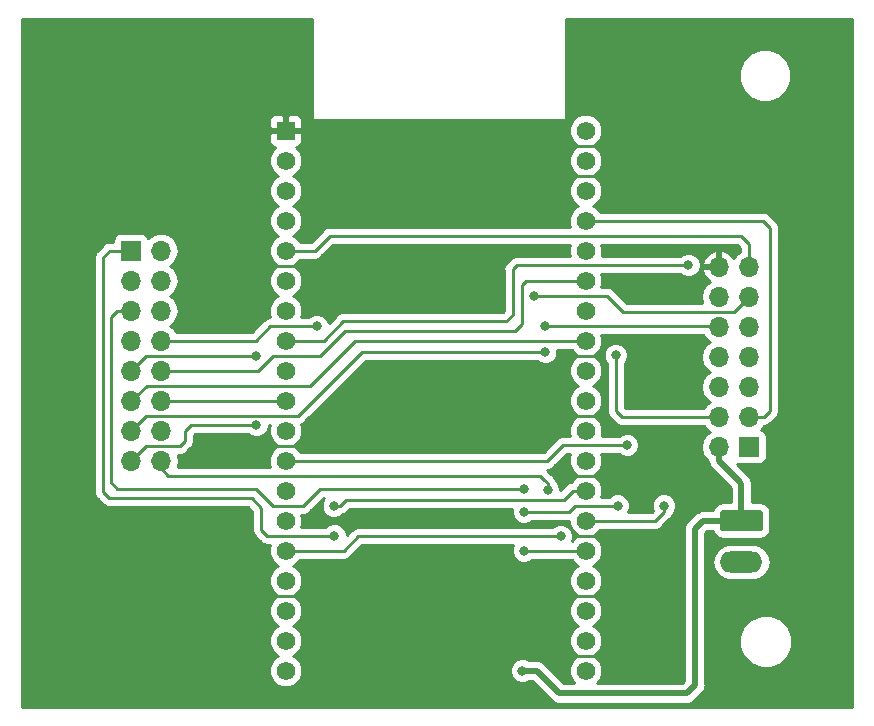
<source format=gbr>
G04 #@! TF.GenerationSoftware,KiCad,Pcbnew,5.0.2-bee76a0~70~ubuntu18.04.1*
G04 #@! TF.CreationDate,2020-08-05T10:07:10+02:00*
G04 #@! TF.ProjectId,panel_led,70616e65-6c5f-46c6-9564-2e6b69636164,rev?*
G04 #@! TF.SameCoordinates,Original*
G04 #@! TF.FileFunction,Copper,L2,Bot*
G04 #@! TF.FilePolarity,Positive*
%FSLAX46Y46*%
G04 Gerber Fmt 4.6, Leading zero omitted, Abs format (unit mm)*
G04 Created by KiCad (PCBNEW 5.0.2-bee76a0~70~ubuntu18.04.1) date mié 05 ago 2020 10:07:10 CEST*
%MOMM*%
%LPD*%
G01*
G04 APERTURE LIST*
G04 #@! TA.AperFunction,ComponentPad*
%ADD10R,1.560000X1.560000*%
G04 #@! TD*
G04 #@! TA.AperFunction,ComponentPad*
%ADD11C,1.560000*%
G04 #@! TD*
G04 #@! TA.AperFunction,ComponentPad*
%ADD12R,1.700000X1.700000*%
G04 #@! TD*
G04 #@! TA.AperFunction,ComponentPad*
%ADD13O,1.700000X1.700000*%
G04 #@! TD*
G04 #@! TA.AperFunction,Conductor*
%ADD14C,0.100000*%
G04 #@! TD*
G04 #@! TA.AperFunction,ComponentPad*
%ADD15C,1.800000*%
G04 #@! TD*
G04 #@! TA.AperFunction,ComponentPad*
%ADD16O,3.600000X1.800000*%
G04 #@! TD*
G04 #@! TA.AperFunction,ViaPad*
%ADD17C,0.800000*%
G04 #@! TD*
G04 #@! TA.AperFunction,Conductor*
%ADD18C,0.500000*%
G04 #@! TD*
G04 #@! TA.AperFunction,Conductor*
%ADD19C,0.250000*%
G04 #@! TD*
G04 #@! TA.AperFunction,Conductor*
%ADD20C,0.254000*%
G04 #@! TD*
G04 APERTURE END LIST*
D10*
G04 #@! TO.P,U1,1*
G04 #@! TO.N,+3V3*
X136550400Y-75947200D03*
D11*
G04 #@! TO.P,U1,2*
G04 #@! TO.N,N/C*
X136550400Y-78487200D03*
G04 #@! TO.P,U1,19*
G04 #@! TO.N,Net-(D1-Pad1)*
X136550400Y-121667200D03*
G04 #@! TO.P,U1,3*
G04 #@! TO.N,N/C*
X136550400Y-81027200D03*
G04 #@! TO.P,U1,4*
X136550400Y-83567200D03*
G04 #@! TO.P,U1,5*
G04 #@! TO.N,GPIO34*
X136550400Y-86107200D03*
G04 #@! TO.P,U1,6*
G04 #@! TO.N,GPIO25*
X136550400Y-88647200D03*
G04 #@! TO.P,U1,7*
G04 #@! TO.N,GPIO32*
X136550400Y-91187200D03*
G04 #@! TO.P,U1,8*
G04 #@! TO.N,GPIO33*
X136550400Y-93727200D03*
G04 #@! TO.P,U1,9*
G04 #@! TO.N,/DE*
X136550400Y-96267200D03*
G04 #@! TO.P,U1,10*
G04 #@! TO.N,/LAT*
X136550400Y-98807200D03*
G04 #@! TO.P,U1,11*
G04 #@! TO.N,/G2*
X136550400Y-101347200D03*
G04 #@! TO.P,U1,12*
G04 #@! TO.N,GPIO14*
X136550400Y-103887200D03*
G04 #@! TO.P,U1,13*
G04 #@! TO.N,GPIO12*
X136550400Y-106427200D03*
G04 #@! TO.P,U1,14*
G04 #@! TO.N,GND*
X136550400Y-108967200D03*
G04 #@! TO.P,U1,15*
G04 #@! TO.N,GPIO13*
X136550400Y-111507200D03*
G04 #@! TO.P,U1,16*
G04 #@! TO.N,N/C*
X136550400Y-114047200D03*
G04 #@! TO.P,U1,17*
X136550400Y-116587200D03*
G04 #@! TO.P,U1,18*
X136550400Y-119127200D03*
G04 #@! TO.P,U1,20*
G04 #@! TO.N,GND*
X161950400Y-75947200D03*
G04 #@! TO.P,U1,21*
G04 #@! TO.N,GPIO23*
X161950400Y-78487200D03*
G04 #@! TO.P,U1,22*
G04 #@! TO.N,/CLK*
X161950400Y-81027200D03*
G04 #@! TO.P,U1,23*
G04 #@! TO.N,TXD*
X161950400Y-83567200D03*
G04 #@! TO.P,U1,24*
G04 #@! TO.N,RXD*
X161950400Y-86107200D03*
G04 #@! TO.P,U1,25*
G04 #@! TO.N,/D*
X161950400Y-88647200D03*
G04 #@! TO.P,U1,26*
G04 #@! TO.N,GND*
X161950400Y-91187200D03*
G04 #@! TO.P,U1,27*
G04 #@! TO.N,/C*
X161950400Y-93727200D03*
G04 #@! TO.P,U1,28*
G04 #@! TO.N,/B*
X161950400Y-96267200D03*
G04 #@! TO.P,U1,29*
G04 #@! TO.N,/A*
X161950400Y-98807200D03*
G04 #@! TO.P,U1,30*
G04 #@! TO.N,/B2*
X161950400Y-101347200D03*
G04 #@! TO.P,U1,31*
G04 #@! TO.N,/R2*
X161950400Y-103887200D03*
G04 #@! TO.P,U1,32*
G04 #@! TO.N,/B1*
X161950400Y-106427200D03*
G04 #@! TO.P,U1,33*
G04 #@! TO.N,GPIO0*
X161950400Y-108967200D03*
G04 #@! TO.P,U1,34*
G04 #@! TO.N,/R1*
X161950400Y-111507200D03*
G04 #@! TO.P,U1,35*
G04 #@! TO.N,/G1*
X161950400Y-114047200D03*
G04 #@! TO.P,U1,36*
G04 #@! TO.N,N/C*
X161950400Y-116587200D03*
G04 #@! TO.P,U1,37*
X161950400Y-119127200D03*
G04 #@! TO.P,U1,38*
X161950400Y-121667200D03*
G04 #@! TD*
D12*
G04 #@! TO.P,J1,1*
G04 #@! TO.N,/R1*
X123444000Y-86106000D03*
D13*
G04 #@! TO.P,J1,2*
G04 #@! TO.N,/G1*
X125984000Y-86106000D03*
G04 #@! TO.P,J1,3*
G04 #@! TO.N,/B1*
X123444000Y-88646000D03*
G04 #@! TO.P,J1,4*
G04 #@! TO.N,GND*
X125984000Y-88646000D03*
G04 #@! TO.P,J1,5*
G04 #@! TO.N,/R2*
X123444000Y-91186000D03*
G04 #@! TO.P,J1,6*
G04 #@! TO.N,/G2*
X125984000Y-91186000D03*
G04 #@! TO.P,J1,7*
G04 #@! TO.N,/B2*
X123444000Y-93726000D03*
G04 #@! TO.P,J1,8*
G04 #@! TO.N,/B*
X125984000Y-93726000D03*
G04 #@! TO.P,J1,9*
G04 #@! TO.N,/A*
X123444000Y-96266000D03*
G04 #@! TO.P,J1,10*
G04 #@! TO.N,/D*
X125984000Y-96266000D03*
G04 #@! TO.P,J1,11*
G04 #@! TO.N,/C*
X123444000Y-98806000D03*
G04 #@! TO.P,J1,12*
G04 #@! TO.N,/LAT*
X125984000Y-98806000D03*
G04 #@! TO.P,J1,13*
G04 #@! TO.N,/CLK*
X123444000Y-101346000D03*
G04 #@! TO.P,J1,14*
G04 #@! TO.N,GND*
X125984000Y-101346000D03*
G04 #@! TO.P,J1,15*
G04 #@! TO.N,/DE*
X123444000Y-103886000D03*
G04 #@! TO.P,J1,16*
G04 #@! TO.N,/G1*
X125984000Y-103886000D03*
G04 #@! TD*
G04 #@! TO.P,J2,14*
G04 #@! TO.N,+3V3*
X173228000Y-87477600D03*
G04 #@! TO.P,J2,13*
G04 #@! TO.N,GPIO34*
X175768000Y-87477600D03*
G04 #@! TO.P,J2,12*
G04 #@! TO.N,GPIO33*
X173228000Y-90017600D03*
G04 #@! TO.P,J2,11*
G04 #@! TO.N,GPIO32*
X175768000Y-90017600D03*
G04 #@! TO.P,J2,10*
G04 #@! TO.N,GPIO25*
X173228000Y-92557600D03*
G04 #@! TO.P,J2,9*
G04 #@! TO.N,GPIO23*
X175768000Y-92557600D03*
G04 #@! TO.P,J2,8*
G04 #@! TO.N,GPIO14*
X173228000Y-95097600D03*
G04 #@! TO.P,J2,7*
G04 #@! TO.N,GPIO13*
X175768000Y-95097600D03*
G04 #@! TO.P,J2,6*
G04 #@! TO.N,GPIO12*
X173228000Y-97637600D03*
G04 #@! TO.P,J2,5*
G04 #@! TO.N,GPIO0*
X175768000Y-97637600D03*
G04 #@! TO.P,J2,4*
G04 #@! TO.N,RXD*
X173228000Y-100177600D03*
G04 #@! TO.P,J2,3*
G04 #@! TO.N,TXD*
X175768000Y-100177600D03*
G04 #@! TO.P,J2,2*
G04 #@! TO.N,+5V*
X173228000Y-102717600D03*
D12*
G04 #@! TO.P,J2,1*
G04 #@! TO.N,GND*
X175768000Y-102717600D03*
G04 #@! TD*
D14*
G04 #@! TO.N,+5V*
G04 #@! TO.C,J3*
G36*
X176712584Y-108069744D02*
X176736853Y-108073344D01*
X176760651Y-108079305D01*
X176783751Y-108087570D01*
X176805929Y-108098060D01*
X176826973Y-108110673D01*
X176846678Y-108125287D01*
X176864857Y-108141763D01*
X176881333Y-108159942D01*
X176895947Y-108179647D01*
X176908560Y-108200691D01*
X176919050Y-108222869D01*
X176927315Y-108245969D01*
X176933276Y-108269767D01*
X176936876Y-108294036D01*
X176938080Y-108318540D01*
X176938080Y-109618540D01*
X176936876Y-109643044D01*
X176933276Y-109667313D01*
X176927315Y-109691111D01*
X176919050Y-109714211D01*
X176908560Y-109736389D01*
X176895947Y-109757433D01*
X176881333Y-109777138D01*
X176864857Y-109795317D01*
X176846678Y-109811793D01*
X176826973Y-109826407D01*
X176805929Y-109839020D01*
X176783751Y-109849510D01*
X176760651Y-109857775D01*
X176736853Y-109863736D01*
X176712584Y-109867336D01*
X176688080Y-109868540D01*
X173588080Y-109868540D01*
X173563576Y-109867336D01*
X173539307Y-109863736D01*
X173515509Y-109857775D01*
X173492409Y-109849510D01*
X173470231Y-109839020D01*
X173449187Y-109826407D01*
X173429482Y-109811793D01*
X173411303Y-109795317D01*
X173394827Y-109777138D01*
X173380213Y-109757433D01*
X173367600Y-109736389D01*
X173357110Y-109714211D01*
X173348845Y-109691111D01*
X173342884Y-109667313D01*
X173339284Y-109643044D01*
X173338080Y-109618540D01*
X173338080Y-108318540D01*
X173339284Y-108294036D01*
X173342884Y-108269767D01*
X173348845Y-108245969D01*
X173357110Y-108222869D01*
X173367600Y-108200691D01*
X173380213Y-108179647D01*
X173394827Y-108159942D01*
X173411303Y-108141763D01*
X173429482Y-108125287D01*
X173449187Y-108110673D01*
X173470231Y-108098060D01*
X173492409Y-108087570D01*
X173515509Y-108079305D01*
X173539307Y-108073344D01*
X173563576Y-108069744D01*
X173588080Y-108068540D01*
X176688080Y-108068540D01*
X176712584Y-108069744D01*
X176712584Y-108069744D01*
G37*
D15*
G04 #@! TD*
G04 #@! TO.P,J3,1*
G04 #@! TO.N,+5V*
X175138080Y-108968540D03*
D16*
G04 #@! TO.P,J3,2*
G04 #@! TO.N,GND*
X175138080Y-112468540D03*
G04 #@! TD*
D17*
G04 #@! TO.N,+5V*
X156565600Y-121666000D03*
G04 #@! TO.N,/R1*
X140665200Y-110236000D03*
X156718000Y-111506000D03*
G04 #@! TO.N,/B1*
X140614400Y-107696000D03*
G04 #@! TO.N,/R2*
X156718000Y-106273600D03*
G04 #@! TO.N,/A*
X134010400Y-94996000D03*
G04 #@! TO.N,/CLK*
X158521400Y-94691200D03*
G04 #@! TO.N,/DE*
X134061200Y-100838000D03*
G04 #@! TO.N,/G1*
X158750000Y-106375200D03*
G04 #@! TO.N,/B*
X139166600Y-92506800D03*
G04 #@! TO.N,RXD*
X164490400Y-94945200D03*
G04 #@! TO.N,GPIO12*
X164642800Y-107696000D03*
X156718000Y-108204000D03*
G04 #@! TO.N,GPIO13*
X159816800Y-110286800D03*
G04 #@! TO.N,GPIO14*
X165455600Y-102565200D03*
G04 #@! TO.N,GPIO25*
X158496000Y-92456000D03*
G04 #@! TO.N,GPIO32*
X157551120Y-89916000D03*
G04 #@! TO.N,GPIO33*
X170637200Y-87325200D03*
G04 #@! TO.N,+3V3*
X170688000Y-85953600D03*
X170688000Y-82397600D03*
G04 #@! TO.N,GPIO0*
X168554400Y-107696000D03*
G04 #@! TD*
D18*
G04 #@! TO.N,+5V*
X173228000Y-102717600D02*
X173228000Y-103919681D01*
X159715200Y-123596400D02*
X157784800Y-121666000D01*
X157784800Y-121666000D02*
X156565600Y-121666000D01*
X171196000Y-122885200D02*
X170484800Y-123596400D01*
X170484800Y-123596400D02*
X159715200Y-123596400D01*
X175138080Y-108968540D02*
X175138080Y-105829761D01*
X175138080Y-105829761D02*
X174916439Y-105608120D01*
X173228000Y-103919681D02*
X174916439Y-105608120D01*
D19*
X173238080Y-108968540D02*
X173235540Y-108966000D01*
D18*
X171866560Y-108966000D02*
X171196000Y-109636560D01*
X173235540Y-108966000D02*
X171866560Y-108966000D01*
X171196000Y-109636560D02*
X171196000Y-122885200D01*
X175138080Y-108968540D02*
X173238080Y-108968540D01*
D19*
G04 #@! TO.N,/R1*
X161950400Y-111507200D02*
X160847314Y-111507200D01*
X160846114Y-111506000D02*
X156718000Y-111506000D01*
X160847314Y-111507200D02*
X160846114Y-111506000D01*
X121666000Y-86106000D02*
X123444000Y-86106000D01*
X121107200Y-86664800D02*
X121666000Y-86106000D01*
X121107200Y-106578400D02*
X121107200Y-86664800D01*
X140665200Y-110236000D02*
X134975600Y-110236000D01*
X134975600Y-110236000D02*
X134467600Y-109728000D01*
X134467600Y-109728000D02*
X134467600Y-107899200D01*
X134467600Y-107899200D02*
X133654800Y-107086400D01*
X133654800Y-107086400D02*
X121615200Y-107086400D01*
X121615200Y-107086400D02*
X121107200Y-106578400D01*
G04 #@! TO.N,/B1*
X160070800Y-107203714D02*
X160847314Y-106427200D01*
X141672371Y-107203714D02*
X160070800Y-107203714D01*
X160847314Y-106427200D02*
X161950400Y-106427200D01*
X141180085Y-107696000D02*
X141672371Y-107203714D01*
X140614400Y-107696000D02*
X141180085Y-107696000D01*
G04 #@! TO.N,/R2*
X139446000Y-106273600D02*
X156718000Y-106273600D01*
X138023600Y-107696000D02*
X139446000Y-106273600D01*
X135483600Y-107696000D02*
X138023600Y-107696000D01*
X123444000Y-91186000D02*
X122241919Y-91186000D01*
X122275600Y-106273600D02*
X134061200Y-106273600D01*
X121716800Y-91711119D02*
X121716800Y-105714800D01*
X122241919Y-91186000D02*
X121716800Y-91711119D01*
X134061200Y-106273600D02*
X135483600Y-107696000D01*
X121716800Y-105714800D02*
X122275600Y-106273600D01*
G04 #@! TO.N,/A*
X123444000Y-96266000D02*
X124714000Y-94996000D01*
X124714000Y-94996000D02*
X128320800Y-94996000D01*
X128320800Y-94996000D02*
X134010400Y-94996000D01*
G04 #@! TO.N,/C*
X160847314Y-93727200D02*
X160846114Y-93726000D01*
X161950400Y-93727200D02*
X160847314Y-93727200D01*
X160846114Y-93726000D02*
X143103600Y-93726000D01*
X142417800Y-93726000D02*
X160846114Y-93726000D01*
X138607800Y-97536000D02*
X142417800Y-93726000D01*
X124764800Y-97536000D02*
X138607800Y-97536000D01*
X123444000Y-98856800D02*
X124764800Y-97536000D01*
G04 #@! TO.N,/CLK*
X124714000Y-100076000D02*
X124293999Y-100496001D01*
X124293999Y-100496001D02*
X123444000Y-101346000D01*
X137617200Y-100076000D02*
X137464800Y-100076000D01*
X137464800Y-100076000D02*
X124714000Y-100076000D01*
X143002000Y-94691200D02*
X140614400Y-97078800D01*
X142189200Y-95504000D02*
X140614400Y-97078800D01*
X158521400Y-94691200D02*
X143002000Y-94691200D01*
X140614400Y-97078800D02*
X137617200Y-100076000D01*
G04 #@! TO.N,/DE*
X124714000Y-102616000D02*
X123444000Y-103886000D01*
X134061200Y-100838000D02*
X128554480Y-100838000D01*
X128554480Y-100838000D02*
X127985520Y-101406960D01*
X127985520Y-102252780D02*
X127622300Y-102616000D01*
X127985520Y-101406960D02*
X127985520Y-102252780D01*
X127622300Y-102616000D02*
X124714000Y-102616000D01*
G04 #@! TO.N,/G1*
X158750000Y-106375200D02*
X158750000Y-105809515D01*
X158750000Y-105809515D02*
X158452085Y-105511600D01*
X158452085Y-105511600D02*
X158292800Y-105352315D01*
X129641600Y-105156000D02*
X137972800Y-105156000D01*
X158096485Y-105156000D02*
X158452085Y-105511600D01*
X137972800Y-105156000D02*
X158096485Y-105156000D01*
X125984000Y-103886000D02*
X125984000Y-104521000D01*
X126619000Y-105156000D02*
X126669800Y-105156000D01*
X125984000Y-104521000D02*
X126619000Y-105156000D01*
X129641600Y-105156000D02*
X126669800Y-105156000D01*
G04 #@! TO.N,/B*
X139166600Y-92506800D02*
X135229600Y-92506800D01*
X134010400Y-93726000D02*
X125984000Y-93726000D01*
X135229600Y-92506800D02*
X134010400Y-93726000D01*
G04 #@! TO.N,/D*
X156920000Y-88647200D02*
X161950400Y-88647200D01*
X156565600Y-89001600D02*
X156920000Y-88647200D01*
X156565600Y-92303600D02*
X156565600Y-89001600D01*
X125984000Y-96266000D02*
X134162800Y-96266000D01*
X134162800Y-96266000D02*
X135432800Y-94996000D01*
X135432800Y-94996000D02*
X139446000Y-94996000D01*
X139446000Y-94996000D02*
X141528800Y-92913200D01*
X155956000Y-92913200D02*
X156565600Y-92303600D01*
X141528800Y-92913200D02*
X155956000Y-92913200D01*
G04 #@! TO.N,/LAT*
X126033600Y-98807200D02*
X125984000Y-98856800D01*
X136550400Y-98807200D02*
X126033600Y-98807200D01*
G04 #@! TO.N,TXD*
X177038000Y-100177600D02*
X175768000Y-100177600D01*
X177546000Y-99669600D02*
X177038000Y-100177600D01*
X161950400Y-83567200D02*
X176937600Y-83567200D01*
X176937600Y-83567200D02*
X177546000Y-84175600D01*
X177546000Y-85039200D02*
X177546000Y-85242400D01*
X177546000Y-84175600D02*
X177546000Y-85242400D01*
X177546000Y-85242400D02*
X177546000Y-99669600D01*
G04 #@! TO.N,RXD*
X172025919Y-100177600D02*
X173228000Y-100177600D01*
X164998400Y-100177600D02*
X172025919Y-100177600D01*
X164490400Y-99669600D02*
X164998400Y-100177600D01*
X164490400Y-94945200D02*
X164490400Y-99669600D01*
G04 #@! TO.N,GPIO12*
X164026315Y-107696000D02*
X164642800Y-107696000D01*
X160528000Y-108204000D02*
X161036000Y-107696000D01*
X156718000Y-108204000D02*
X160528000Y-108204000D01*
X161036000Y-107696000D02*
X164026315Y-107696000D01*
G04 #@! TO.N,GPIO13*
X141478000Y-111507200D02*
X136550400Y-111507200D01*
X142698400Y-110286800D02*
X141478000Y-111507200D01*
X159816800Y-110286800D02*
X142698400Y-110286800D01*
G04 #@! TO.N,GPIO14*
X158698000Y-103887200D02*
X136550400Y-103887200D01*
X160020000Y-102565200D02*
X158698000Y-103887200D01*
X165455600Y-102565200D02*
X160020000Y-102565200D01*
G04 #@! TO.N,GPIO25*
X173126400Y-92456000D02*
X173228000Y-92557600D01*
X163068000Y-92456000D02*
X173126400Y-92456000D01*
X163068000Y-92456000D02*
X158496000Y-92456000D01*
G04 #@! TO.N,GPIO32*
X165100000Y-91287600D02*
X163728400Y-89916000D01*
X174498000Y-91287600D02*
X165100000Y-91287600D01*
X175768000Y-90017600D02*
X174498000Y-91287600D01*
X163728400Y-89916000D02*
X158013400Y-89916000D01*
X158013400Y-89916000D02*
X157683200Y-89916000D01*
X157683200Y-89916000D02*
X157551120Y-89916000D01*
G04 #@! TO.N,GPIO33*
X136550400Y-93727200D02*
X139749600Y-93727200D01*
X139749600Y-93727200D02*
X141376400Y-92100400D01*
X156108400Y-87325200D02*
X170637200Y-87325200D01*
X141376400Y-92100400D02*
X155224480Y-92100400D01*
X155752800Y-91572080D02*
X155752800Y-87680800D01*
X155224480Y-92100400D02*
X155752800Y-91572080D01*
X155752800Y-87680800D02*
X156108400Y-87325200D01*
G04 #@! TO.N,GPIO34*
X138987600Y-86107200D02*
X136550400Y-86107200D01*
X140258800Y-84836000D02*
X138987600Y-86107200D01*
X175056800Y-84836000D02*
X140258800Y-84836000D01*
X175768000Y-87477600D02*
X175768000Y-85547200D01*
X175768000Y-85547200D02*
X175056800Y-84836000D01*
G04 #@! TO.N,+3V3*
X162598100Y-77228700D02*
X161282380Y-77228700D01*
X137248900Y-115308380D02*
X135887460Y-115308380D01*
X162521900Y-105161080D02*
X161287460Y-105161080D01*
X135763000Y-102616000D02*
X137134600Y-102616000D01*
X161188400Y-115316000D02*
X163068000Y-115316000D01*
X161290000Y-120396000D02*
X162814000Y-120396000D01*
X162509200Y-110236000D02*
X161290000Y-110236000D01*
X161290000Y-110236000D02*
X160274000Y-109220000D01*
X160274000Y-109220000D02*
X158089600Y-109220000D01*
X163169600Y-100076000D02*
X160985200Y-100076000D01*
X135788400Y-87376000D02*
X137464800Y-87376000D01*
X160731200Y-79756000D02*
X163068000Y-79756000D01*
X162966400Y-94996000D02*
X160934400Y-94996000D01*
G04 #@! TO.N,GPIO0*
X167848885Y-108967200D02*
X167741600Y-108967200D01*
X168554400Y-108261685D02*
X167848885Y-108967200D01*
X168554400Y-107696000D02*
X168554400Y-108261685D01*
X167741600Y-108967200D02*
X161950400Y-108967200D01*
G04 #@! TD*
D20*
G04 #@! TO.N,+3V3*
G36*
X138811000Y-74930000D02*
X138820667Y-74978601D01*
X138848197Y-75019803D01*
X138889399Y-75047333D01*
X138938076Y-75057000D01*
X160164856Y-75044300D01*
X160213451Y-75034604D01*
X160254636Y-75007049D01*
X160282142Y-74965831D01*
X160291780Y-74917300D01*
X160291780Y-70822751D01*
X174886820Y-70822751D01*
X174886820Y-71711889D01*
X175227079Y-72533346D01*
X175855794Y-73162061D01*
X176677251Y-73502320D01*
X177566389Y-73502320D01*
X178387846Y-73162061D01*
X179016561Y-72533346D01*
X179356820Y-71711889D01*
X179356820Y-70822751D01*
X179016561Y-70001294D01*
X178387846Y-69372579D01*
X177566389Y-69032320D01*
X176677251Y-69032320D01*
X175855794Y-69372579D01*
X175227079Y-70001294D01*
X174886820Y-70822751D01*
X160291780Y-70822751D01*
X160291780Y-66496000D01*
X184456000Y-66496000D01*
X184456001Y-124766000D01*
X114248000Y-124766000D01*
X114248000Y-86664800D01*
X120332312Y-86664800D01*
X120347201Y-86739652D01*
X120347200Y-106503553D01*
X120332312Y-106578400D01*
X120347200Y-106653247D01*
X120347200Y-106653251D01*
X120391296Y-106874936D01*
X120559271Y-107126329D01*
X120622729Y-107168730D01*
X121024872Y-107570875D01*
X121067271Y-107634329D01*
X121130724Y-107676727D01*
X121130726Y-107676729D01*
X121256102Y-107760502D01*
X121318663Y-107802304D01*
X121540348Y-107846400D01*
X121540352Y-107846400D01*
X121615199Y-107861288D01*
X121690046Y-107846400D01*
X133339999Y-107846400D01*
X133707601Y-108214003D01*
X133707600Y-109653153D01*
X133692712Y-109728000D01*
X133707600Y-109802847D01*
X133707600Y-109802851D01*
X133751696Y-110024536D01*
X133919671Y-110275929D01*
X133983129Y-110318330D01*
X134385272Y-110720475D01*
X134427671Y-110783929D01*
X134491124Y-110826327D01*
X134491126Y-110826329D01*
X134616502Y-110910102D01*
X134679063Y-110951904D01*
X134900748Y-110996000D01*
X134900752Y-110996000D01*
X134975599Y-111010888D01*
X135050446Y-110996000D01*
X135230561Y-110996000D01*
X135135400Y-111225739D01*
X135135400Y-111788661D01*
X135350821Y-112308733D01*
X135748867Y-112706779D01*
X135918878Y-112777200D01*
X135748867Y-112847621D01*
X135350821Y-113245667D01*
X135135400Y-113765739D01*
X135135400Y-114328661D01*
X135350821Y-114848733D01*
X135748867Y-115246779D01*
X135918878Y-115317200D01*
X135748867Y-115387621D01*
X135350821Y-115785667D01*
X135135400Y-116305739D01*
X135135400Y-116868661D01*
X135350821Y-117388733D01*
X135748867Y-117786779D01*
X135918878Y-117857200D01*
X135748867Y-117927621D01*
X135350821Y-118325667D01*
X135135400Y-118845739D01*
X135135400Y-119408661D01*
X135350821Y-119928733D01*
X135748867Y-120326779D01*
X135918878Y-120397200D01*
X135748867Y-120467621D01*
X135350821Y-120865667D01*
X135135400Y-121385739D01*
X135135400Y-121948661D01*
X135350821Y-122468733D01*
X135748867Y-122866779D01*
X136268939Y-123082200D01*
X136831861Y-123082200D01*
X137351933Y-122866779D01*
X137749979Y-122468733D01*
X137965400Y-121948661D01*
X137965400Y-121385739D01*
X137749979Y-120865667D01*
X137351933Y-120467621D01*
X137181922Y-120397200D01*
X137351933Y-120326779D01*
X137749979Y-119928733D01*
X137965400Y-119408661D01*
X137965400Y-118845739D01*
X137749979Y-118325667D01*
X137351933Y-117927621D01*
X137181922Y-117857200D01*
X137351933Y-117786779D01*
X137749979Y-117388733D01*
X137965400Y-116868661D01*
X137965400Y-116305739D01*
X137749979Y-115785667D01*
X137351933Y-115387621D01*
X137181922Y-115317200D01*
X137351933Y-115246779D01*
X137749979Y-114848733D01*
X137965400Y-114328661D01*
X137965400Y-113765739D01*
X137749979Y-113245667D01*
X137351933Y-112847621D01*
X137181922Y-112777200D01*
X137351933Y-112706779D01*
X137749979Y-112308733D01*
X137767183Y-112267200D01*
X141403153Y-112267200D01*
X141478000Y-112282088D01*
X141552847Y-112267200D01*
X141552852Y-112267200D01*
X141774537Y-112223104D01*
X142025929Y-112055129D01*
X142068331Y-111991670D01*
X143013202Y-111046800D01*
X155787931Y-111046800D01*
X155683000Y-111300126D01*
X155683000Y-111711874D01*
X155840569Y-112092280D01*
X156131720Y-112383431D01*
X156512126Y-112541000D01*
X156923874Y-112541000D01*
X157304280Y-112383431D01*
X157421711Y-112266000D01*
X160733120Y-112266000D01*
X160750821Y-112308733D01*
X161148867Y-112706779D01*
X161318878Y-112777200D01*
X161148867Y-112847621D01*
X160750821Y-113245667D01*
X160535400Y-113765739D01*
X160535400Y-114328661D01*
X160750821Y-114848733D01*
X161148867Y-115246779D01*
X161318878Y-115317200D01*
X161148867Y-115387621D01*
X160750821Y-115785667D01*
X160535400Y-116305739D01*
X160535400Y-116868661D01*
X160750821Y-117388733D01*
X161148867Y-117786779D01*
X161318878Y-117857200D01*
X161148867Y-117927621D01*
X160750821Y-118325667D01*
X160535400Y-118845739D01*
X160535400Y-119408661D01*
X160750821Y-119928733D01*
X161148867Y-120326779D01*
X161318878Y-120397200D01*
X161148867Y-120467621D01*
X160750821Y-120865667D01*
X160535400Y-121385739D01*
X160535400Y-121948661D01*
X160750821Y-122468733D01*
X160993488Y-122711400D01*
X160081779Y-122711400D01*
X158472225Y-121101847D01*
X158422849Y-121027951D01*
X158130110Y-120832348D01*
X157871965Y-120781000D01*
X157871961Y-120781000D01*
X157784800Y-120763663D01*
X157697639Y-120781000D01*
X157133607Y-120781000D01*
X156771474Y-120631000D01*
X156359726Y-120631000D01*
X155979320Y-120788569D01*
X155688169Y-121079720D01*
X155530600Y-121460126D01*
X155530600Y-121871874D01*
X155688169Y-122252280D01*
X155979320Y-122543431D01*
X156359726Y-122701000D01*
X156771474Y-122701000D01*
X157133607Y-122551000D01*
X157418222Y-122551000D01*
X159027777Y-124160556D01*
X159077151Y-124234449D01*
X159151044Y-124283823D01*
X159151045Y-124283824D01*
X159369890Y-124430052D01*
X159628035Y-124481400D01*
X159628039Y-124481400D01*
X159715200Y-124498737D01*
X159802361Y-124481400D01*
X170397639Y-124481400D01*
X170484800Y-124498737D01*
X170571961Y-124481400D01*
X170571965Y-124481400D01*
X170830110Y-124430052D01*
X171122849Y-124234449D01*
X171172225Y-124160553D01*
X171760156Y-123572623D01*
X171834049Y-123523249D01*
X172029652Y-123230510D01*
X172081000Y-122972365D01*
X172081000Y-122972361D01*
X172098337Y-122885200D01*
X172081000Y-122798039D01*
X172081000Y-118744931D01*
X174968100Y-118744931D01*
X174968100Y-119634069D01*
X175308359Y-120455526D01*
X175937074Y-121084241D01*
X176758531Y-121424500D01*
X177647669Y-121424500D01*
X178469126Y-121084241D01*
X179097841Y-120455526D01*
X179438100Y-119634069D01*
X179438100Y-118744931D01*
X179097841Y-117923474D01*
X178469126Y-117294759D01*
X177647669Y-116954500D01*
X176758531Y-116954500D01*
X175937074Y-117294759D01*
X175308359Y-117923474D01*
X174968100Y-118744931D01*
X172081000Y-118744931D01*
X172081000Y-112468540D01*
X172673008Y-112468540D01*
X172792142Y-113067467D01*
X173131407Y-113575213D01*
X173639153Y-113914478D01*
X174086898Y-114003540D01*
X176189262Y-114003540D01*
X176637007Y-113914478D01*
X177144753Y-113575213D01*
X177484018Y-113067467D01*
X177603152Y-112468540D01*
X177484018Y-111869613D01*
X177144753Y-111361867D01*
X176637007Y-111022602D01*
X176189262Y-110933540D01*
X174086898Y-110933540D01*
X173639153Y-111022602D01*
X173131407Y-111361867D01*
X172792142Y-111869613D01*
X172673008Y-112468540D01*
X172081000Y-112468540D01*
X172081000Y-110003138D01*
X172233139Y-109851000D01*
X172736880Y-109851000D01*
X172758954Y-109961975D01*
X172953494Y-110253126D01*
X173244645Y-110447666D01*
X173588080Y-110515980D01*
X176688080Y-110515980D01*
X177031515Y-110447666D01*
X177322666Y-110253126D01*
X177517206Y-109961975D01*
X177585520Y-109618540D01*
X177585520Y-108318540D01*
X177517206Y-107975105D01*
X177322666Y-107683954D01*
X177031515Y-107489414D01*
X176688080Y-107421100D01*
X176023080Y-107421100D01*
X176023080Y-105916922D01*
X176040417Y-105829761D01*
X176023080Y-105742600D01*
X176023080Y-105742596D01*
X175971732Y-105484451D01*
X175776129Y-105191712D01*
X175702233Y-105142336D01*
X175603865Y-105043968D01*
X175603863Y-105043965D01*
X174739415Y-104179518D01*
X174918000Y-104215040D01*
X176618000Y-104215040D01*
X176865765Y-104165757D01*
X177075809Y-104025409D01*
X177216157Y-103815365D01*
X177265440Y-103567600D01*
X177265440Y-101867600D01*
X177216157Y-101619835D01*
X177075809Y-101409791D01*
X176865765Y-101269443D01*
X176820381Y-101260416D01*
X176838625Y-101248225D01*
X177036438Y-100952177D01*
X177038000Y-100952488D01*
X177112847Y-100937600D01*
X177112852Y-100937600D01*
X177334537Y-100893504D01*
X177585929Y-100725529D01*
X177628330Y-100662071D01*
X178030475Y-100259928D01*
X178093929Y-100217529D01*
X178136327Y-100154076D01*
X178136329Y-100154074D01*
X178261903Y-99966138D01*
X178261904Y-99966137D01*
X178306000Y-99744452D01*
X178306000Y-99744448D01*
X178320888Y-99669601D01*
X178306000Y-99594754D01*
X178306000Y-84250448D01*
X178320888Y-84175600D01*
X178306000Y-84100752D01*
X178306000Y-84100748D01*
X178261904Y-83879063D01*
X178093929Y-83627671D01*
X178030473Y-83585271D01*
X177527931Y-83082730D01*
X177485529Y-83019271D01*
X177234137Y-82851296D01*
X177012452Y-82807200D01*
X177012447Y-82807200D01*
X176937600Y-82792312D01*
X176862753Y-82807200D01*
X163167183Y-82807200D01*
X163149979Y-82765667D01*
X162751933Y-82367621D01*
X162581922Y-82297200D01*
X162751933Y-82226779D01*
X163149979Y-81828733D01*
X163365400Y-81308661D01*
X163365400Y-80745739D01*
X163149979Y-80225667D01*
X162751933Y-79827621D01*
X162581922Y-79757200D01*
X162751933Y-79686779D01*
X163149979Y-79288733D01*
X163365400Y-78768661D01*
X163365400Y-78205739D01*
X163149979Y-77685667D01*
X162751933Y-77287621D01*
X162581922Y-77217200D01*
X162751933Y-77146779D01*
X163149979Y-76748733D01*
X163365400Y-76228661D01*
X163365400Y-75665739D01*
X163149979Y-75145667D01*
X162751933Y-74747621D01*
X162231861Y-74532200D01*
X161668939Y-74532200D01*
X161148867Y-74747621D01*
X160750821Y-75145667D01*
X160535400Y-75665739D01*
X160535400Y-76228661D01*
X160750821Y-76748733D01*
X161148867Y-77146779D01*
X161318878Y-77217200D01*
X161148867Y-77287621D01*
X160750821Y-77685667D01*
X160535400Y-78205739D01*
X160535400Y-78768661D01*
X160750821Y-79288733D01*
X161148867Y-79686779D01*
X161318878Y-79757200D01*
X161148867Y-79827621D01*
X160750821Y-80225667D01*
X160535400Y-80745739D01*
X160535400Y-81308661D01*
X160750821Y-81828733D01*
X161148867Y-82226779D01*
X161318878Y-82297200D01*
X161148867Y-82367621D01*
X160750821Y-82765667D01*
X160535400Y-83285739D01*
X160535400Y-83848661D01*
X160629567Y-84076000D01*
X140333646Y-84076000D01*
X140258799Y-84061112D01*
X140183952Y-84076000D01*
X140183948Y-84076000D01*
X139962263Y-84120096D01*
X139710871Y-84288071D01*
X139668471Y-84351527D01*
X138672799Y-85347200D01*
X137767183Y-85347200D01*
X137749979Y-85305667D01*
X137351933Y-84907621D01*
X137181922Y-84837200D01*
X137351933Y-84766779D01*
X137749979Y-84368733D01*
X137965400Y-83848661D01*
X137965400Y-83285739D01*
X137749979Y-82765667D01*
X137351933Y-82367621D01*
X137181922Y-82297200D01*
X137351933Y-82226779D01*
X137749979Y-81828733D01*
X137965400Y-81308661D01*
X137965400Y-80745739D01*
X137749979Y-80225667D01*
X137351933Y-79827621D01*
X137181922Y-79757200D01*
X137351933Y-79686779D01*
X137749979Y-79288733D01*
X137965400Y-78768661D01*
X137965400Y-78205739D01*
X137749979Y-77685667D01*
X137426512Y-77362200D01*
X137456709Y-77362200D01*
X137690098Y-77265527D01*
X137868727Y-77086899D01*
X137965400Y-76853510D01*
X137965400Y-76232950D01*
X137806650Y-76074200D01*
X136677400Y-76074200D01*
X136677400Y-76094200D01*
X136423400Y-76094200D01*
X136423400Y-76074200D01*
X135294150Y-76074200D01*
X135135400Y-76232950D01*
X135135400Y-76853510D01*
X135232073Y-77086899D01*
X135410702Y-77265527D01*
X135644091Y-77362200D01*
X135674288Y-77362200D01*
X135350821Y-77685667D01*
X135135400Y-78205739D01*
X135135400Y-78768661D01*
X135350821Y-79288733D01*
X135748867Y-79686779D01*
X135918878Y-79757200D01*
X135748867Y-79827621D01*
X135350821Y-80225667D01*
X135135400Y-80745739D01*
X135135400Y-81308661D01*
X135350821Y-81828733D01*
X135748867Y-82226779D01*
X135918878Y-82297200D01*
X135748867Y-82367621D01*
X135350821Y-82765667D01*
X135135400Y-83285739D01*
X135135400Y-83848661D01*
X135350821Y-84368733D01*
X135748867Y-84766779D01*
X135918878Y-84837200D01*
X135748867Y-84907621D01*
X135350821Y-85305667D01*
X135135400Y-85825739D01*
X135135400Y-86388661D01*
X135350821Y-86908733D01*
X135748867Y-87306779D01*
X135918878Y-87377200D01*
X135748867Y-87447621D01*
X135350821Y-87845667D01*
X135135400Y-88365739D01*
X135135400Y-88928661D01*
X135350821Y-89448733D01*
X135748867Y-89846779D01*
X135918878Y-89917200D01*
X135748867Y-89987621D01*
X135350821Y-90385667D01*
X135135400Y-90905739D01*
X135135400Y-91468661D01*
X135245775Y-91735130D01*
X135229599Y-91731912D01*
X135154752Y-91746800D01*
X135154748Y-91746800D01*
X134933063Y-91790896D01*
X134681671Y-91958871D01*
X134639271Y-92022327D01*
X133695599Y-92966000D01*
X127262178Y-92966000D01*
X127054625Y-92655375D01*
X126756239Y-92456000D01*
X127054625Y-92256625D01*
X127382839Y-91765418D01*
X127498092Y-91186000D01*
X127382839Y-90606582D01*
X127054625Y-90115375D01*
X126756239Y-89916000D01*
X127054625Y-89716625D01*
X127382839Y-89225418D01*
X127498092Y-88646000D01*
X127382839Y-88066582D01*
X127054625Y-87575375D01*
X126756239Y-87376000D01*
X127054625Y-87176625D01*
X127382839Y-86685418D01*
X127498092Y-86106000D01*
X127382839Y-85526582D01*
X127054625Y-85035375D01*
X126563418Y-84707161D01*
X126130256Y-84621000D01*
X125837744Y-84621000D01*
X125404582Y-84707161D01*
X124913375Y-85035375D01*
X124901184Y-85053619D01*
X124892157Y-85008235D01*
X124751809Y-84798191D01*
X124541765Y-84657843D01*
X124294000Y-84608560D01*
X122594000Y-84608560D01*
X122346235Y-84657843D01*
X122136191Y-84798191D01*
X121995843Y-85008235D01*
X121946560Y-85256000D01*
X121946560Y-85346000D01*
X121740848Y-85346000D01*
X121666000Y-85331112D01*
X121591152Y-85346000D01*
X121591148Y-85346000D01*
X121369463Y-85390096D01*
X121118071Y-85558071D01*
X121075671Y-85621527D01*
X120622728Y-86074471D01*
X120559272Y-86116871D01*
X120516872Y-86180327D01*
X120516871Y-86180328D01*
X120391297Y-86368263D01*
X120332312Y-86664800D01*
X114248000Y-86664800D01*
X114248000Y-75040890D01*
X135135400Y-75040890D01*
X135135400Y-75661450D01*
X135294150Y-75820200D01*
X136423400Y-75820200D01*
X136423400Y-74690950D01*
X136677400Y-74690950D01*
X136677400Y-75820200D01*
X137806650Y-75820200D01*
X137965400Y-75661450D01*
X137965400Y-75040890D01*
X137868727Y-74807501D01*
X137690098Y-74628873D01*
X137456709Y-74532200D01*
X136836150Y-74532200D01*
X136677400Y-74690950D01*
X136423400Y-74690950D01*
X136264650Y-74532200D01*
X135644091Y-74532200D01*
X135410702Y-74628873D01*
X135232073Y-74807501D01*
X135135400Y-75040890D01*
X114248000Y-75040890D01*
X114248000Y-66496000D01*
X138811000Y-66496000D01*
X138811000Y-74930000D01*
X138811000Y-74930000D01*
G37*
X138811000Y-74930000D02*
X138820667Y-74978601D01*
X138848197Y-75019803D01*
X138889399Y-75047333D01*
X138938076Y-75057000D01*
X160164856Y-75044300D01*
X160213451Y-75034604D01*
X160254636Y-75007049D01*
X160282142Y-74965831D01*
X160291780Y-74917300D01*
X160291780Y-70822751D01*
X174886820Y-70822751D01*
X174886820Y-71711889D01*
X175227079Y-72533346D01*
X175855794Y-73162061D01*
X176677251Y-73502320D01*
X177566389Y-73502320D01*
X178387846Y-73162061D01*
X179016561Y-72533346D01*
X179356820Y-71711889D01*
X179356820Y-70822751D01*
X179016561Y-70001294D01*
X178387846Y-69372579D01*
X177566389Y-69032320D01*
X176677251Y-69032320D01*
X175855794Y-69372579D01*
X175227079Y-70001294D01*
X174886820Y-70822751D01*
X160291780Y-70822751D01*
X160291780Y-66496000D01*
X184456000Y-66496000D01*
X184456001Y-124766000D01*
X114248000Y-124766000D01*
X114248000Y-86664800D01*
X120332312Y-86664800D01*
X120347201Y-86739652D01*
X120347200Y-106503553D01*
X120332312Y-106578400D01*
X120347200Y-106653247D01*
X120347200Y-106653251D01*
X120391296Y-106874936D01*
X120559271Y-107126329D01*
X120622729Y-107168730D01*
X121024872Y-107570875D01*
X121067271Y-107634329D01*
X121130724Y-107676727D01*
X121130726Y-107676729D01*
X121256102Y-107760502D01*
X121318663Y-107802304D01*
X121540348Y-107846400D01*
X121540352Y-107846400D01*
X121615199Y-107861288D01*
X121690046Y-107846400D01*
X133339999Y-107846400D01*
X133707601Y-108214003D01*
X133707600Y-109653153D01*
X133692712Y-109728000D01*
X133707600Y-109802847D01*
X133707600Y-109802851D01*
X133751696Y-110024536D01*
X133919671Y-110275929D01*
X133983129Y-110318330D01*
X134385272Y-110720475D01*
X134427671Y-110783929D01*
X134491124Y-110826327D01*
X134491126Y-110826329D01*
X134616502Y-110910102D01*
X134679063Y-110951904D01*
X134900748Y-110996000D01*
X134900752Y-110996000D01*
X134975599Y-111010888D01*
X135050446Y-110996000D01*
X135230561Y-110996000D01*
X135135400Y-111225739D01*
X135135400Y-111788661D01*
X135350821Y-112308733D01*
X135748867Y-112706779D01*
X135918878Y-112777200D01*
X135748867Y-112847621D01*
X135350821Y-113245667D01*
X135135400Y-113765739D01*
X135135400Y-114328661D01*
X135350821Y-114848733D01*
X135748867Y-115246779D01*
X135918878Y-115317200D01*
X135748867Y-115387621D01*
X135350821Y-115785667D01*
X135135400Y-116305739D01*
X135135400Y-116868661D01*
X135350821Y-117388733D01*
X135748867Y-117786779D01*
X135918878Y-117857200D01*
X135748867Y-117927621D01*
X135350821Y-118325667D01*
X135135400Y-118845739D01*
X135135400Y-119408661D01*
X135350821Y-119928733D01*
X135748867Y-120326779D01*
X135918878Y-120397200D01*
X135748867Y-120467621D01*
X135350821Y-120865667D01*
X135135400Y-121385739D01*
X135135400Y-121948661D01*
X135350821Y-122468733D01*
X135748867Y-122866779D01*
X136268939Y-123082200D01*
X136831861Y-123082200D01*
X137351933Y-122866779D01*
X137749979Y-122468733D01*
X137965400Y-121948661D01*
X137965400Y-121385739D01*
X137749979Y-120865667D01*
X137351933Y-120467621D01*
X137181922Y-120397200D01*
X137351933Y-120326779D01*
X137749979Y-119928733D01*
X137965400Y-119408661D01*
X137965400Y-118845739D01*
X137749979Y-118325667D01*
X137351933Y-117927621D01*
X137181922Y-117857200D01*
X137351933Y-117786779D01*
X137749979Y-117388733D01*
X137965400Y-116868661D01*
X137965400Y-116305739D01*
X137749979Y-115785667D01*
X137351933Y-115387621D01*
X137181922Y-115317200D01*
X137351933Y-115246779D01*
X137749979Y-114848733D01*
X137965400Y-114328661D01*
X137965400Y-113765739D01*
X137749979Y-113245667D01*
X137351933Y-112847621D01*
X137181922Y-112777200D01*
X137351933Y-112706779D01*
X137749979Y-112308733D01*
X137767183Y-112267200D01*
X141403153Y-112267200D01*
X141478000Y-112282088D01*
X141552847Y-112267200D01*
X141552852Y-112267200D01*
X141774537Y-112223104D01*
X142025929Y-112055129D01*
X142068331Y-111991670D01*
X143013202Y-111046800D01*
X155787931Y-111046800D01*
X155683000Y-111300126D01*
X155683000Y-111711874D01*
X155840569Y-112092280D01*
X156131720Y-112383431D01*
X156512126Y-112541000D01*
X156923874Y-112541000D01*
X157304280Y-112383431D01*
X157421711Y-112266000D01*
X160733120Y-112266000D01*
X160750821Y-112308733D01*
X161148867Y-112706779D01*
X161318878Y-112777200D01*
X161148867Y-112847621D01*
X160750821Y-113245667D01*
X160535400Y-113765739D01*
X160535400Y-114328661D01*
X160750821Y-114848733D01*
X161148867Y-115246779D01*
X161318878Y-115317200D01*
X161148867Y-115387621D01*
X160750821Y-115785667D01*
X160535400Y-116305739D01*
X160535400Y-116868661D01*
X160750821Y-117388733D01*
X161148867Y-117786779D01*
X161318878Y-117857200D01*
X161148867Y-117927621D01*
X160750821Y-118325667D01*
X160535400Y-118845739D01*
X160535400Y-119408661D01*
X160750821Y-119928733D01*
X161148867Y-120326779D01*
X161318878Y-120397200D01*
X161148867Y-120467621D01*
X160750821Y-120865667D01*
X160535400Y-121385739D01*
X160535400Y-121948661D01*
X160750821Y-122468733D01*
X160993488Y-122711400D01*
X160081779Y-122711400D01*
X158472225Y-121101847D01*
X158422849Y-121027951D01*
X158130110Y-120832348D01*
X157871965Y-120781000D01*
X157871961Y-120781000D01*
X157784800Y-120763663D01*
X157697639Y-120781000D01*
X157133607Y-120781000D01*
X156771474Y-120631000D01*
X156359726Y-120631000D01*
X155979320Y-120788569D01*
X155688169Y-121079720D01*
X155530600Y-121460126D01*
X155530600Y-121871874D01*
X155688169Y-122252280D01*
X155979320Y-122543431D01*
X156359726Y-122701000D01*
X156771474Y-122701000D01*
X157133607Y-122551000D01*
X157418222Y-122551000D01*
X159027777Y-124160556D01*
X159077151Y-124234449D01*
X159151044Y-124283823D01*
X159151045Y-124283824D01*
X159369890Y-124430052D01*
X159628035Y-124481400D01*
X159628039Y-124481400D01*
X159715200Y-124498737D01*
X159802361Y-124481400D01*
X170397639Y-124481400D01*
X170484800Y-124498737D01*
X170571961Y-124481400D01*
X170571965Y-124481400D01*
X170830110Y-124430052D01*
X171122849Y-124234449D01*
X171172225Y-124160553D01*
X171760156Y-123572623D01*
X171834049Y-123523249D01*
X172029652Y-123230510D01*
X172081000Y-122972365D01*
X172081000Y-122972361D01*
X172098337Y-122885200D01*
X172081000Y-122798039D01*
X172081000Y-118744931D01*
X174968100Y-118744931D01*
X174968100Y-119634069D01*
X175308359Y-120455526D01*
X175937074Y-121084241D01*
X176758531Y-121424500D01*
X177647669Y-121424500D01*
X178469126Y-121084241D01*
X179097841Y-120455526D01*
X179438100Y-119634069D01*
X179438100Y-118744931D01*
X179097841Y-117923474D01*
X178469126Y-117294759D01*
X177647669Y-116954500D01*
X176758531Y-116954500D01*
X175937074Y-117294759D01*
X175308359Y-117923474D01*
X174968100Y-118744931D01*
X172081000Y-118744931D01*
X172081000Y-112468540D01*
X172673008Y-112468540D01*
X172792142Y-113067467D01*
X173131407Y-113575213D01*
X173639153Y-113914478D01*
X174086898Y-114003540D01*
X176189262Y-114003540D01*
X176637007Y-113914478D01*
X177144753Y-113575213D01*
X177484018Y-113067467D01*
X177603152Y-112468540D01*
X177484018Y-111869613D01*
X177144753Y-111361867D01*
X176637007Y-111022602D01*
X176189262Y-110933540D01*
X174086898Y-110933540D01*
X173639153Y-111022602D01*
X173131407Y-111361867D01*
X172792142Y-111869613D01*
X172673008Y-112468540D01*
X172081000Y-112468540D01*
X172081000Y-110003138D01*
X172233139Y-109851000D01*
X172736880Y-109851000D01*
X172758954Y-109961975D01*
X172953494Y-110253126D01*
X173244645Y-110447666D01*
X173588080Y-110515980D01*
X176688080Y-110515980D01*
X177031515Y-110447666D01*
X177322666Y-110253126D01*
X177517206Y-109961975D01*
X177585520Y-109618540D01*
X177585520Y-108318540D01*
X177517206Y-107975105D01*
X177322666Y-107683954D01*
X177031515Y-107489414D01*
X176688080Y-107421100D01*
X176023080Y-107421100D01*
X176023080Y-105916922D01*
X176040417Y-105829761D01*
X176023080Y-105742600D01*
X176023080Y-105742596D01*
X175971732Y-105484451D01*
X175776129Y-105191712D01*
X175702233Y-105142336D01*
X175603865Y-105043968D01*
X175603863Y-105043965D01*
X174739415Y-104179518D01*
X174918000Y-104215040D01*
X176618000Y-104215040D01*
X176865765Y-104165757D01*
X177075809Y-104025409D01*
X177216157Y-103815365D01*
X177265440Y-103567600D01*
X177265440Y-101867600D01*
X177216157Y-101619835D01*
X177075809Y-101409791D01*
X176865765Y-101269443D01*
X176820381Y-101260416D01*
X176838625Y-101248225D01*
X177036438Y-100952177D01*
X177038000Y-100952488D01*
X177112847Y-100937600D01*
X177112852Y-100937600D01*
X177334537Y-100893504D01*
X177585929Y-100725529D01*
X177628330Y-100662071D01*
X178030475Y-100259928D01*
X178093929Y-100217529D01*
X178136327Y-100154076D01*
X178136329Y-100154074D01*
X178261903Y-99966138D01*
X178261904Y-99966137D01*
X178306000Y-99744452D01*
X178306000Y-99744448D01*
X178320888Y-99669601D01*
X178306000Y-99594754D01*
X178306000Y-84250448D01*
X178320888Y-84175600D01*
X178306000Y-84100752D01*
X178306000Y-84100748D01*
X178261904Y-83879063D01*
X178093929Y-83627671D01*
X178030473Y-83585271D01*
X177527931Y-83082730D01*
X177485529Y-83019271D01*
X177234137Y-82851296D01*
X177012452Y-82807200D01*
X177012447Y-82807200D01*
X176937600Y-82792312D01*
X176862753Y-82807200D01*
X163167183Y-82807200D01*
X163149979Y-82765667D01*
X162751933Y-82367621D01*
X162581922Y-82297200D01*
X162751933Y-82226779D01*
X163149979Y-81828733D01*
X163365400Y-81308661D01*
X163365400Y-80745739D01*
X163149979Y-80225667D01*
X162751933Y-79827621D01*
X162581922Y-79757200D01*
X162751933Y-79686779D01*
X163149979Y-79288733D01*
X163365400Y-78768661D01*
X163365400Y-78205739D01*
X163149979Y-77685667D01*
X162751933Y-77287621D01*
X162581922Y-77217200D01*
X162751933Y-77146779D01*
X163149979Y-76748733D01*
X163365400Y-76228661D01*
X163365400Y-75665739D01*
X163149979Y-75145667D01*
X162751933Y-74747621D01*
X162231861Y-74532200D01*
X161668939Y-74532200D01*
X161148867Y-74747621D01*
X160750821Y-75145667D01*
X160535400Y-75665739D01*
X160535400Y-76228661D01*
X160750821Y-76748733D01*
X161148867Y-77146779D01*
X161318878Y-77217200D01*
X161148867Y-77287621D01*
X160750821Y-77685667D01*
X160535400Y-78205739D01*
X160535400Y-78768661D01*
X160750821Y-79288733D01*
X161148867Y-79686779D01*
X161318878Y-79757200D01*
X161148867Y-79827621D01*
X160750821Y-80225667D01*
X160535400Y-80745739D01*
X160535400Y-81308661D01*
X160750821Y-81828733D01*
X161148867Y-82226779D01*
X161318878Y-82297200D01*
X161148867Y-82367621D01*
X160750821Y-82765667D01*
X160535400Y-83285739D01*
X160535400Y-83848661D01*
X160629567Y-84076000D01*
X140333646Y-84076000D01*
X140258799Y-84061112D01*
X140183952Y-84076000D01*
X140183948Y-84076000D01*
X139962263Y-84120096D01*
X139710871Y-84288071D01*
X139668471Y-84351527D01*
X138672799Y-85347200D01*
X137767183Y-85347200D01*
X137749979Y-85305667D01*
X137351933Y-84907621D01*
X137181922Y-84837200D01*
X137351933Y-84766779D01*
X137749979Y-84368733D01*
X137965400Y-83848661D01*
X137965400Y-83285739D01*
X137749979Y-82765667D01*
X137351933Y-82367621D01*
X137181922Y-82297200D01*
X137351933Y-82226779D01*
X137749979Y-81828733D01*
X137965400Y-81308661D01*
X137965400Y-80745739D01*
X137749979Y-80225667D01*
X137351933Y-79827621D01*
X137181922Y-79757200D01*
X137351933Y-79686779D01*
X137749979Y-79288733D01*
X137965400Y-78768661D01*
X137965400Y-78205739D01*
X137749979Y-77685667D01*
X137426512Y-77362200D01*
X137456709Y-77362200D01*
X137690098Y-77265527D01*
X137868727Y-77086899D01*
X137965400Y-76853510D01*
X137965400Y-76232950D01*
X137806650Y-76074200D01*
X136677400Y-76074200D01*
X136677400Y-76094200D01*
X136423400Y-76094200D01*
X136423400Y-76074200D01*
X135294150Y-76074200D01*
X135135400Y-76232950D01*
X135135400Y-76853510D01*
X135232073Y-77086899D01*
X135410702Y-77265527D01*
X135644091Y-77362200D01*
X135674288Y-77362200D01*
X135350821Y-77685667D01*
X135135400Y-78205739D01*
X135135400Y-78768661D01*
X135350821Y-79288733D01*
X135748867Y-79686779D01*
X135918878Y-79757200D01*
X135748867Y-79827621D01*
X135350821Y-80225667D01*
X135135400Y-80745739D01*
X135135400Y-81308661D01*
X135350821Y-81828733D01*
X135748867Y-82226779D01*
X135918878Y-82297200D01*
X135748867Y-82367621D01*
X135350821Y-82765667D01*
X135135400Y-83285739D01*
X135135400Y-83848661D01*
X135350821Y-84368733D01*
X135748867Y-84766779D01*
X135918878Y-84837200D01*
X135748867Y-84907621D01*
X135350821Y-85305667D01*
X135135400Y-85825739D01*
X135135400Y-86388661D01*
X135350821Y-86908733D01*
X135748867Y-87306779D01*
X135918878Y-87377200D01*
X135748867Y-87447621D01*
X135350821Y-87845667D01*
X135135400Y-88365739D01*
X135135400Y-88928661D01*
X135350821Y-89448733D01*
X135748867Y-89846779D01*
X135918878Y-89917200D01*
X135748867Y-89987621D01*
X135350821Y-90385667D01*
X135135400Y-90905739D01*
X135135400Y-91468661D01*
X135245775Y-91735130D01*
X135229599Y-91731912D01*
X135154752Y-91746800D01*
X135154748Y-91746800D01*
X134933063Y-91790896D01*
X134681671Y-91958871D01*
X134639271Y-92022327D01*
X133695599Y-92966000D01*
X127262178Y-92966000D01*
X127054625Y-92655375D01*
X126756239Y-92456000D01*
X127054625Y-92256625D01*
X127382839Y-91765418D01*
X127498092Y-91186000D01*
X127382839Y-90606582D01*
X127054625Y-90115375D01*
X126756239Y-89916000D01*
X127054625Y-89716625D01*
X127382839Y-89225418D01*
X127498092Y-88646000D01*
X127382839Y-88066582D01*
X127054625Y-87575375D01*
X126756239Y-87376000D01*
X127054625Y-87176625D01*
X127382839Y-86685418D01*
X127498092Y-86106000D01*
X127382839Y-85526582D01*
X127054625Y-85035375D01*
X126563418Y-84707161D01*
X126130256Y-84621000D01*
X125837744Y-84621000D01*
X125404582Y-84707161D01*
X124913375Y-85035375D01*
X124901184Y-85053619D01*
X124892157Y-85008235D01*
X124751809Y-84798191D01*
X124541765Y-84657843D01*
X124294000Y-84608560D01*
X122594000Y-84608560D01*
X122346235Y-84657843D01*
X122136191Y-84798191D01*
X121995843Y-85008235D01*
X121946560Y-85256000D01*
X121946560Y-85346000D01*
X121740848Y-85346000D01*
X121666000Y-85331112D01*
X121591152Y-85346000D01*
X121591148Y-85346000D01*
X121369463Y-85390096D01*
X121118071Y-85558071D01*
X121075671Y-85621527D01*
X120622728Y-86074471D01*
X120559272Y-86116871D01*
X120516872Y-86180327D01*
X120516871Y-86180328D01*
X120391297Y-86368263D01*
X120332312Y-86664800D01*
X114248000Y-86664800D01*
X114248000Y-75040890D01*
X135135400Y-75040890D01*
X135135400Y-75661450D01*
X135294150Y-75820200D01*
X136423400Y-75820200D01*
X136423400Y-74690950D01*
X136677400Y-74690950D01*
X136677400Y-75820200D01*
X137806650Y-75820200D01*
X137965400Y-75661450D01*
X137965400Y-75040890D01*
X137868727Y-74807501D01*
X137690098Y-74628873D01*
X137456709Y-74532200D01*
X136836150Y-74532200D01*
X136677400Y-74690950D01*
X136423400Y-74690950D01*
X136264650Y-74532200D01*
X135644091Y-74532200D01*
X135410702Y-74628873D01*
X135232073Y-74807501D01*
X135135400Y-75040890D01*
X114248000Y-75040890D01*
X114248000Y-66496000D01*
X138811000Y-66496000D01*
X138811000Y-74930000D01*
G36*
X172157375Y-93628225D02*
X172455761Y-93827600D01*
X172157375Y-94026975D01*
X171829161Y-94518182D01*
X171713908Y-95097600D01*
X171829161Y-95677018D01*
X172157375Y-96168225D01*
X172455761Y-96367600D01*
X172157375Y-96566975D01*
X171829161Y-97058182D01*
X171713908Y-97637600D01*
X171829161Y-98217018D01*
X172157375Y-98708225D01*
X172455761Y-98907600D01*
X172157375Y-99106975D01*
X171949822Y-99417600D01*
X165313202Y-99417600D01*
X165250400Y-99354798D01*
X165250400Y-95648911D01*
X165367831Y-95531480D01*
X165525400Y-95151074D01*
X165525400Y-94739326D01*
X165367831Y-94358920D01*
X165076680Y-94067769D01*
X164696274Y-93910200D01*
X164284526Y-93910200D01*
X163904120Y-94067769D01*
X163612969Y-94358920D01*
X163455400Y-94739326D01*
X163455400Y-95151074D01*
X163612969Y-95531480D01*
X163730400Y-95648911D01*
X163730401Y-99594748D01*
X163715512Y-99669600D01*
X163774497Y-99966137D01*
X163878706Y-100122096D01*
X163942472Y-100217529D01*
X164005927Y-100259928D01*
X164408072Y-100662075D01*
X164450471Y-100725529D01*
X164513924Y-100767927D01*
X164513926Y-100767929D01*
X164638084Y-100850888D01*
X164701863Y-100893504D01*
X164923548Y-100937600D01*
X164923552Y-100937600D01*
X164998399Y-100952488D01*
X165073246Y-100937600D01*
X171949822Y-100937600D01*
X172157375Y-101248225D01*
X172455761Y-101447600D01*
X172157375Y-101646975D01*
X171829161Y-102138182D01*
X171713908Y-102717600D01*
X171829161Y-103297018D01*
X172157375Y-103788225D01*
X172329001Y-103902902D01*
X172325663Y-103919681D01*
X172394348Y-104264990D01*
X172540576Y-104483835D01*
X172540578Y-104483837D01*
X172589952Y-104557730D01*
X172663845Y-104607104D01*
X174253081Y-106196341D01*
X174253080Y-107421100D01*
X173588080Y-107421100D01*
X173244645Y-107489414D01*
X172953494Y-107683954D01*
X172758954Y-107975105D01*
X172737890Y-108081000D01*
X171953719Y-108081000D01*
X171866559Y-108063663D01*
X171779400Y-108081000D01*
X171779395Y-108081000D01*
X171521250Y-108132348D01*
X171414016Y-108204000D01*
X171302405Y-108278576D01*
X171302404Y-108278577D01*
X171228511Y-108327951D01*
X171179137Y-108401844D01*
X170631847Y-108949135D01*
X170557951Y-108998511D01*
X170362348Y-109291251D01*
X170311000Y-109549396D01*
X170311000Y-109549399D01*
X170293663Y-109636560D01*
X170311000Y-109723721D01*
X170311001Y-122518620D01*
X170118222Y-122711400D01*
X162907312Y-122711400D01*
X163149979Y-122468733D01*
X163365400Y-121948661D01*
X163365400Y-121385739D01*
X163149979Y-120865667D01*
X162751933Y-120467621D01*
X162581922Y-120397200D01*
X162751933Y-120326779D01*
X163149979Y-119928733D01*
X163365400Y-119408661D01*
X163365400Y-118845739D01*
X163149979Y-118325667D01*
X162751933Y-117927621D01*
X162581922Y-117857200D01*
X162751933Y-117786779D01*
X163149979Y-117388733D01*
X163365400Y-116868661D01*
X163365400Y-116305739D01*
X163149979Y-115785667D01*
X162751933Y-115387621D01*
X162581922Y-115317200D01*
X162751933Y-115246779D01*
X163149979Y-114848733D01*
X163365400Y-114328661D01*
X163365400Y-113765739D01*
X163149979Y-113245667D01*
X162751933Y-112847621D01*
X162581922Y-112777200D01*
X162751933Y-112706779D01*
X163149979Y-112308733D01*
X163365400Y-111788661D01*
X163365400Y-111225739D01*
X163149979Y-110705667D01*
X162751933Y-110307621D01*
X162581922Y-110237200D01*
X162751933Y-110166779D01*
X163149979Y-109768733D01*
X163167183Y-109727200D01*
X167774038Y-109727200D01*
X167848885Y-109742088D01*
X167923732Y-109727200D01*
X167923737Y-109727200D01*
X168145422Y-109683104D01*
X168396814Y-109515129D01*
X168439216Y-109451670D01*
X169038873Y-108852014D01*
X169102329Y-108809614D01*
X169270304Y-108558222D01*
X169298714Y-108415397D01*
X169431831Y-108282280D01*
X169589400Y-107901874D01*
X169589400Y-107490126D01*
X169431831Y-107109720D01*
X169140680Y-106818569D01*
X168760274Y-106661000D01*
X168348526Y-106661000D01*
X167968120Y-106818569D01*
X167676969Y-107109720D01*
X167519400Y-107490126D01*
X167519400Y-107901874D01*
X167613128Y-108128155D01*
X167534084Y-108207200D01*
X165551330Y-108207200D01*
X165677800Y-107901874D01*
X165677800Y-107490126D01*
X165520231Y-107109720D01*
X165229080Y-106818569D01*
X164848674Y-106661000D01*
X164436926Y-106661000D01*
X164056520Y-106818569D01*
X163939089Y-106936000D01*
X163271233Y-106936000D01*
X163365400Y-106708661D01*
X163365400Y-106145739D01*
X163149979Y-105625667D01*
X162751933Y-105227621D01*
X162581922Y-105157200D01*
X162751933Y-105086779D01*
X163149979Y-104688733D01*
X163365400Y-104168661D01*
X163365400Y-103605739D01*
X163249197Y-103325200D01*
X164751889Y-103325200D01*
X164869320Y-103442631D01*
X165249726Y-103600200D01*
X165661474Y-103600200D01*
X166041880Y-103442631D01*
X166333031Y-103151480D01*
X166490600Y-102771074D01*
X166490600Y-102359326D01*
X166333031Y-101978920D01*
X166041880Y-101687769D01*
X165661474Y-101530200D01*
X165249726Y-101530200D01*
X164869320Y-101687769D01*
X164751889Y-101805200D01*
X163292275Y-101805200D01*
X163365400Y-101628661D01*
X163365400Y-101065739D01*
X163149979Y-100545667D01*
X162751933Y-100147621D01*
X162581922Y-100077200D01*
X162751933Y-100006779D01*
X163149979Y-99608733D01*
X163365400Y-99088661D01*
X163365400Y-98525739D01*
X163149979Y-98005667D01*
X162751933Y-97607621D01*
X162581922Y-97537200D01*
X162751933Y-97466779D01*
X163149979Y-97068733D01*
X163365400Y-96548661D01*
X163365400Y-95985739D01*
X163149979Y-95465667D01*
X162751933Y-95067621D01*
X162581922Y-94997200D01*
X162751933Y-94926779D01*
X163149979Y-94528733D01*
X163365400Y-94008661D01*
X163365400Y-93445739D01*
X163270239Y-93216000D01*
X171881935Y-93216000D01*
X172157375Y-93628225D01*
X172157375Y-93628225D01*
G37*
X172157375Y-93628225D02*
X172455761Y-93827600D01*
X172157375Y-94026975D01*
X171829161Y-94518182D01*
X171713908Y-95097600D01*
X171829161Y-95677018D01*
X172157375Y-96168225D01*
X172455761Y-96367600D01*
X172157375Y-96566975D01*
X171829161Y-97058182D01*
X171713908Y-97637600D01*
X171829161Y-98217018D01*
X172157375Y-98708225D01*
X172455761Y-98907600D01*
X172157375Y-99106975D01*
X171949822Y-99417600D01*
X165313202Y-99417600D01*
X165250400Y-99354798D01*
X165250400Y-95648911D01*
X165367831Y-95531480D01*
X165525400Y-95151074D01*
X165525400Y-94739326D01*
X165367831Y-94358920D01*
X165076680Y-94067769D01*
X164696274Y-93910200D01*
X164284526Y-93910200D01*
X163904120Y-94067769D01*
X163612969Y-94358920D01*
X163455400Y-94739326D01*
X163455400Y-95151074D01*
X163612969Y-95531480D01*
X163730400Y-95648911D01*
X163730401Y-99594748D01*
X163715512Y-99669600D01*
X163774497Y-99966137D01*
X163878706Y-100122096D01*
X163942472Y-100217529D01*
X164005927Y-100259928D01*
X164408072Y-100662075D01*
X164450471Y-100725529D01*
X164513924Y-100767927D01*
X164513926Y-100767929D01*
X164638084Y-100850888D01*
X164701863Y-100893504D01*
X164923548Y-100937600D01*
X164923552Y-100937600D01*
X164998399Y-100952488D01*
X165073246Y-100937600D01*
X171949822Y-100937600D01*
X172157375Y-101248225D01*
X172455761Y-101447600D01*
X172157375Y-101646975D01*
X171829161Y-102138182D01*
X171713908Y-102717600D01*
X171829161Y-103297018D01*
X172157375Y-103788225D01*
X172329001Y-103902902D01*
X172325663Y-103919681D01*
X172394348Y-104264990D01*
X172540576Y-104483835D01*
X172540578Y-104483837D01*
X172589952Y-104557730D01*
X172663845Y-104607104D01*
X174253081Y-106196341D01*
X174253080Y-107421100D01*
X173588080Y-107421100D01*
X173244645Y-107489414D01*
X172953494Y-107683954D01*
X172758954Y-107975105D01*
X172737890Y-108081000D01*
X171953719Y-108081000D01*
X171866559Y-108063663D01*
X171779400Y-108081000D01*
X171779395Y-108081000D01*
X171521250Y-108132348D01*
X171414016Y-108204000D01*
X171302405Y-108278576D01*
X171302404Y-108278577D01*
X171228511Y-108327951D01*
X171179137Y-108401844D01*
X170631847Y-108949135D01*
X170557951Y-108998511D01*
X170362348Y-109291251D01*
X170311000Y-109549396D01*
X170311000Y-109549399D01*
X170293663Y-109636560D01*
X170311000Y-109723721D01*
X170311001Y-122518620D01*
X170118222Y-122711400D01*
X162907312Y-122711400D01*
X163149979Y-122468733D01*
X163365400Y-121948661D01*
X163365400Y-121385739D01*
X163149979Y-120865667D01*
X162751933Y-120467621D01*
X162581922Y-120397200D01*
X162751933Y-120326779D01*
X163149979Y-119928733D01*
X163365400Y-119408661D01*
X163365400Y-118845739D01*
X163149979Y-118325667D01*
X162751933Y-117927621D01*
X162581922Y-117857200D01*
X162751933Y-117786779D01*
X163149979Y-117388733D01*
X163365400Y-116868661D01*
X163365400Y-116305739D01*
X163149979Y-115785667D01*
X162751933Y-115387621D01*
X162581922Y-115317200D01*
X162751933Y-115246779D01*
X163149979Y-114848733D01*
X163365400Y-114328661D01*
X163365400Y-113765739D01*
X163149979Y-113245667D01*
X162751933Y-112847621D01*
X162581922Y-112777200D01*
X162751933Y-112706779D01*
X163149979Y-112308733D01*
X163365400Y-111788661D01*
X163365400Y-111225739D01*
X163149979Y-110705667D01*
X162751933Y-110307621D01*
X162581922Y-110237200D01*
X162751933Y-110166779D01*
X163149979Y-109768733D01*
X163167183Y-109727200D01*
X167774038Y-109727200D01*
X167848885Y-109742088D01*
X167923732Y-109727200D01*
X167923737Y-109727200D01*
X168145422Y-109683104D01*
X168396814Y-109515129D01*
X168439216Y-109451670D01*
X169038873Y-108852014D01*
X169102329Y-108809614D01*
X169270304Y-108558222D01*
X169298714Y-108415397D01*
X169431831Y-108282280D01*
X169589400Y-107901874D01*
X169589400Y-107490126D01*
X169431831Y-107109720D01*
X169140680Y-106818569D01*
X168760274Y-106661000D01*
X168348526Y-106661000D01*
X167968120Y-106818569D01*
X167676969Y-107109720D01*
X167519400Y-107490126D01*
X167519400Y-107901874D01*
X167613128Y-108128155D01*
X167534084Y-108207200D01*
X165551330Y-108207200D01*
X165677800Y-107901874D01*
X165677800Y-107490126D01*
X165520231Y-107109720D01*
X165229080Y-106818569D01*
X164848674Y-106661000D01*
X164436926Y-106661000D01*
X164056520Y-106818569D01*
X163939089Y-106936000D01*
X163271233Y-106936000D01*
X163365400Y-106708661D01*
X163365400Y-106145739D01*
X163149979Y-105625667D01*
X162751933Y-105227621D01*
X162581922Y-105157200D01*
X162751933Y-105086779D01*
X163149979Y-104688733D01*
X163365400Y-104168661D01*
X163365400Y-103605739D01*
X163249197Y-103325200D01*
X164751889Y-103325200D01*
X164869320Y-103442631D01*
X165249726Y-103600200D01*
X165661474Y-103600200D01*
X166041880Y-103442631D01*
X166333031Y-103151480D01*
X166490600Y-102771074D01*
X166490600Y-102359326D01*
X166333031Y-101978920D01*
X166041880Y-101687769D01*
X165661474Y-101530200D01*
X165249726Y-101530200D01*
X164869320Y-101687769D01*
X164751889Y-101805200D01*
X163292275Y-101805200D01*
X163365400Y-101628661D01*
X163365400Y-101065739D01*
X163149979Y-100545667D01*
X162751933Y-100147621D01*
X162581922Y-100077200D01*
X162751933Y-100006779D01*
X163149979Y-99608733D01*
X163365400Y-99088661D01*
X163365400Y-98525739D01*
X163149979Y-98005667D01*
X162751933Y-97607621D01*
X162581922Y-97537200D01*
X162751933Y-97466779D01*
X163149979Y-97068733D01*
X163365400Y-96548661D01*
X163365400Y-95985739D01*
X163149979Y-95465667D01*
X162751933Y-95067621D01*
X162581922Y-94997200D01*
X162751933Y-94926779D01*
X163149979Y-94528733D01*
X163365400Y-94008661D01*
X163365400Y-93445739D01*
X163270239Y-93216000D01*
X171881935Y-93216000D01*
X172157375Y-93628225D01*
G36*
X139736969Y-107109720D02*
X139579400Y-107490126D01*
X139579400Y-107901874D01*
X139736969Y-108282280D01*
X140028120Y-108573431D01*
X140408526Y-108731000D01*
X140820274Y-108731000D01*
X141200680Y-108573431D01*
X141333797Y-108440314D01*
X141476622Y-108411904D01*
X141728014Y-108243929D01*
X141770416Y-108180471D01*
X141987173Y-107963714D01*
X155697254Y-107963714D01*
X155683000Y-107998126D01*
X155683000Y-108409874D01*
X155840569Y-108790280D01*
X156131720Y-109081431D01*
X156512126Y-109239000D01*
X156923874Y-109239000D01*
X157304280Y-109081431D01*
X157421711Y-108964000D01*
X160453153Y-108964000D01*
X160528000Y-108978888D01*
X160535400Y-108977416D01*
X160535400Y-109248661D01*
X160750821Y-109768733D01*
X161148867Y-110166779D01*
X161318878Y-110237200D01*
X161148867Y-110307621D01*
X160772594Y-110683894D01*
X160851800Y-110492674D01*
X160851800Y-110080926D01*
X160694231Y-109700520D01*
X160403080Y-109409369D01*
X160022674Y-109251800D01*
X159610926Y-109251800D01*
X159230520Y-109409369D01*
X159113089Y-109526800D01*
X142773246Y-109526800D01*
X142698399Y-109511912D01*
X142623552Y-109526800D01*
X142623548Y-109526800D01*
X142401863Y-109570896D01*
X142150471Y-109738871D01*
X142108071Y-109802327D01*
X141700200Y-110210198D01*
X141700200Y-110030126D01*
X141542631Y-109649720D01*
X141251480Y-109358569D01*
X140871074Y-109201000D01*
X140459326Y-109201000D01*
X140078920Y-109358569D01*
X139961489Y-109476000D01*
X137871233Y-109476000D01*
X137965400Y-109248661D01*
X137965400Y-108685739D01*
X137870239Y-108456000D01*
X137948753Y-108456000D01*
X138023600Y-108470888D01*
X138098447Y-108456000D01*
X138098452Y-108456000D01*
X138320137Y-108411904D01*
X138571529Y-108243929D01*
X138613931Y-108180470D01*
X139760803Y-107033600D01*
X139813089Y-107033600D01*
X139736969Y-107109720D01*
X139736969Y-107109720D01*
G37*
X139736969Y-107109720D02*
X139579400Y-107490126D01*
X139579400Y-107901874D01*
X139736969Y-108282280D01*
X140028120Y-108573431D01*
X140408526Y-108731000D01*
X140820274Y-108731000D01*
X141200680Y-108573431D01*
X141333797Y-108440314D01*
X141476622Y-108411904D01*
X141728014Y-108243929D01*
X141770416Y-108180471D01*
X141987173Y-107963714D01*
X155697254Y-107963714D01*
X155683000Y-107998126D01*
X155683000Y-108409874D01*
X155840569Y-108790280D01*
X156131720Y-109081431D01*
X156512126Y-109239000D01*
X156923874Y-109239000D01*
X157304280Y-109081431D01*
X157421711Y-108964000D01*
X160453153Y-108964000D01*
X160528000Y-108978888D01*
X160535400Y-108977416D01*
X160535400Y-109248661D01*
X160750821Y-109768733D01*
X161148867Y-110166779D01*
X161318878Y-110237200D01*
X161148867Y-110307621D01*
X160772594Y-110683894D01*
X160851800Y-110492674D01*
X160851800Y-110080926D01*
X160694231Y-109700520D01*
X160403080Y-109409369D01*
X160022674Y-109251800D01*
X159610926Y-109251800D01*
X159230520Y-109409369D01*
X159113089Y-109526800D01*
X142773246Y-109526800D01*
X142698399Y-109511912D01*
X142623552Y-109526800D01*
X142623548Y-109526800D01*
X142401863Y-109570896D01*
X142150471Y-109738871D01*
X142108071Y-109802327D01*
X141700200Y-110210198D01*
X141700200Y-110030126D01*
X141542631Y-109649720D01*
X141251480Y-109358569D01*
X140871074Y-109201000D01*
X140459326Y-109201000D01*
X140078920Y-109358569D01*
X139961489Y-109476000D01*
X137871233Y-109476000D01*
X137965400Y-109248661D01*
X137965400Y-108685739D01*
X137870239Y-108456000D01*
X137948753Y-108456000D01*
X138023600Y-108470888D01*
X138098447Y-108456000D01*
X138098452Y-108456000D01*
X138320137Y-108411904D01*
X138571529Y-108243929D01*
X138613931Y-108180470D01*
X139760803Y-107033600D01*
X139813089Y-107033600D01*
X139736969Y-107109720D01*
G36*
X160535400Y-103605739D02*
X160535400Y-104168661D01*
X160750821Y-104688733D01*
X161148867Y-105086779D01*
X161318878Y-105157200D01*
X161148867Y-105227621D01*
X160750821Y-105625667D01*
X160730130Y-105675620D01*
X160550777Y-105711296D01*
X160299385Y-105879271D01*
X160256985Y-105942727D01*
X159785000Y-106414713D01*
X159785000Y-106169326D01*
X159627431Y-105788920D01*
X159494314Y-105655803D01*
X159465904Y-105512978D01*
X159297929Y-105261586D01*
X159234472Y-105219185D01*
X159042415Y-105027129D01*
X159042414Y-105027127D01*
X158686816Y-104671529D01*
X158677826Y-104658075D01*
X158698000Y-104662088D01*
X158772847Y-104647200D01*
X158772852Y-104647200D01*
X158994537Y-104603104D01*
X159245929Y-104435129D01*
X159288331Y-104371670D01*
X160334803Y-103325200D01*
X160651603Y-103325200D01*
X160535400Y-103605739D01*
X160535400Y-103605739D01*
G37*
X160535400Y-103605739D02*
X160535400Y-104168661D01*
X160750821Y-104688733D01*
X161148867Y-105086779D01*
X161318878Y-105157200D01*
X161148867Y-105227621D01*
X160750821Y-105625667D01*
X160730130Y-105675620D01*
X160550777Y-105711296D01*
X160299385Y-105879271D01*
X160256985Y-105942727D01*
X159785000Y-106414713D01*
X159785000Y-106169326D01*
X159627431Y-105788920D01*
X159494314Y-105655803D01*
X159465904Y-105512978D01*
X159297929Y-105261586D01*
X159234472Y-105219185D01*
X159042415Y-105027129D01*
X159042414Y-105027127D01*
X158686816Y-104671529D01*
X158677826Y-104658075D01*
X158698000Y-104662088D01*
X158772847Y-104647200D01*
X158772852Y-104647200D01*
X158994537Y-104603104D01*
X159245929Y-104435129D01*
X159288331Y-104371670D01*
X160334803Y-103325200D01*
X160651603Y-103325200D01*
X160535400Y-103605739D01*
G36*
X135135400Y-101065739D02*
X135135400Y-101628661D01*
X135350821Y-102148733D01*
X135748867Y-102546779D01*
X135918878Y-102617200D01*
X135748867Y-102687621D01*
X135350821Y-103085667D01*
X135135400Y-103605739D01*
X135135400Y-104168661D01*
X135229567Y-104396000D01*
X127396647Y-104396000D01*
X127498092Y-103886000D01*
X127396647Y-103376000D01*
X127547453Y-103376000D01*
X127622300Y-103390888D01*
X127697147Y-103376000D01*
X127697152Y-103376000D01*
X127918837Y-103331904D01*
X128170229Y-103163929D01*
X128212631Y-103100470D01*
X128469990Y-102843111D01*
X128533449Y-102800709D01*
X128690811Y-102565201D01*
X128701424Y-102549318D01*
X128713788Y-102487161D01*
X128745520Y-102327632D01*
X128745520Y-102327628D01*
X128760408Y-102252780D01*
X128745520Y-102177932D01*
X128745520Y-101721761D01*
X128869282Y-101598000D01*
X133357489Y-101598000D01*
X133474920Y-101715431D01*
X133855326Y-101873000D01*
X134267074Y-101873000D01*
X134647480Y-101715431D01*
X134938631Y-101424280D01*
X135096200Y-101043874D01*
X135096200Y-100836000D01*
X135230561Y-100836000D01*
X135135400Y-101065739D01*
X135135400Y-101065739D01*
G37*
X135135400Y-101065739D02*
X135135400Y-101628661D01*
X135350821Y-102148733D01*
X135748867Y-102546779D01*
X135918878Y-102617200D01*
X135748867Y-102687621D01*
X135350821Y-103085667D01*
X135135400Y-103605739D01*
X135135400Y-104168661D01*
X135229567Y-104396000D01*
X127396647Y-104396000D01*
X127498092Y-103886000D01*
X127396647Y-103376000D01*
X127547453Y-103376000D01*
X127622300Y-103390888D01*
X127697147Y-103376000D01*
X127697152Y-103376000D01*
X127918837Y-103331904D01*
X128170229Y-103163929D01*
X128212631Y-103100470D01*
X128469990Y-102843111D01*
X128533449Y-102800709D01*
X128690811Y-102565201D01*
X128701424Y-102549318D01*
X128713788Y-102487161D01*
X128745520Y-102327632D01*
X128745520Y-102327628D01*
X128760408Y-102252780D01*
X128745520Y-102177932D01*
X128745520Y-101721761D01*
X128869282Y-101598000D01*
X133357489Y-101598000D01*
X133474920Y-101715431D01*
X133855326Y-101873000D01*
X134267074Y-101873000D01*
X134647480Y-101715431D01*
X134938631Y-101424280D01*
X135096200Y-101043874D01*
X135096200Y-100836000D01*
X135230561Y-100836000D01*
X135135400Y-101065739D01*
G36*
X160750821Y-94528733D02*
X161148867Y-94926779D01*
X161318878Y-94997200D01*
X161148867Y-95067621D01*
X160750821Y-95465667D01*
X160535400Y-95985739D01*
X160535400Y-96548661D01*
X160750821Y-97068733D01*
X161148867Y-97466779D01*
X161318878Y-97537200D01*
X161148867Y-97607621D01*
X160750821Y-98005667D01*
X160535400Y-98525739D01*
X160535400Y-99088661D01*
X160750821Y-99608733D01*
X161148867Y-100006779D01*
X161318878Y-100077200D01*
X161148867Y-100147621D01*
X160750821Y-100545667D01*
X160535400Y-101065739D01*
X160535400Y-101628661D01*
X160608525Y-101805200D01*
X160094846Y-101805200D01*
X160019999Y-101790312D01*
X159945152Y-101805200D01*
X159945148Y-101805200D01*
X159723463Y-101849296D01*
X159723461Y-101849297D01*
X159723462Y-101849297D01*
X159535526Y-101974871D01*
X159535524Y-101974873D01*
X159472071Y-102017271D01*
X159429673Y-102080724D01*
X158383199Y-103127200D01*
X137767183Y-103127200D01*
X137749979Y-103085667D01*
X137351933Y-102687621D01*
X137181922Y-102617200D01*
X137351933Y-102546779D01*
X137749979Y-102148733D01*
X137965400Y-101628661D01*
X137965400Y-101065739D01*
X137856675Y-100803254D01*
X137913737Y-100791904D01*
X138165129Y-100623929D01*
X138207531Y-100560470D01*
X141204729Y-97563273D01*
X141204731Y-97563270D01*
X141716473Y-97051528D01*
X143316803Y-95451200D01*
X157817689Y-95451200D01*
X157935120Y-95568631D01*
X158315526Y-95726200D01*
X158727274Y-95726200D01*
X159107680Y-95568631D01*
X159398831Y-95277480D01*
X159556400Y-94897074D01*
X159556400Y-94486000D01*
X160733120Y-94486000D01*
X160750821Y-94528733D01*
X160750821Y-94528733D01*
G37*
X160750821Y-94528733D02*
X161148867Y-94926779D01*
X161318878Y-94997200D01*
X161148867Y-95067621D01*
X160750821Y-95465667D01*
X160535400Y-95985739D01*
X160535400Y-96548661D01*
X160750821Y-97068733D01*
X161148867Y-97466779D01*
X161318878Y-97537200D01*
X161148867Y-97607621D01*
X160750821Y-98005667D01*
X160535400Y-98525739D01*
X160535400Y-99088661D01*
X160750821Y-99608733D01*
X161148867Y-100006779D01*
X161318878Y-100077200D01*
X161148867Y-100147621D01*
X160750821Y-100545667D01*
X160535400Y-101065739D01*
X160535400Y-101628661D01*
X160608525Y-101805200D01*
X160094846Y-101805200D01*
X160019999Y-101790312D01*
X159945152Y-101805200D01*
X159945148Y-101805200D01*
X159723463Y-101849296D01*
X159723461Y-101849297D01*
X159723462Y-101849297D01*
X159535526Y-101974871D01*
X159535524Y-101974873D01*
X159472071Y-102017271D01*
X159429673Y-102080724D01*
X158383199Y-103127200D01*
X137767183Y-103127200D01*
X137749979Y-103085667D01*
X137351933Y-102687621D01*
X137181922Y-102617200D01*
X137351933Y-102546779D01*
X137749979Y-102148733D01*
X137965400Y-101628661D01*
X137965400Y-101065739D01*
X137856675Y-100803254D01*
X137913737Y-100791904D01*
X138165129Y-100623929D01*
X138207531Y-100560470D01*
X141204729Y-97563273D01*
X141204731Y-97563270D01*
X141716473Y-97051528D01*
X143316803Y-95451200D01*
X157817689Y-95451200D01*
X157935120Y-95568631D01*
X158315526Y-95726200D01*
X158727274Y-95726200D01*
X159107680Y-95568631D01*
X159398831Y-95277480D01*
X159556400Y-94897074D01*
X159556400Y-94486000D01*
X160733120Y-94486000D01*
X160750821Y-94528733D01*
G36*
X160535400Y-85825739D02*
X160535400Y-86388661D01*
X160608525Y-86565200D01*
X156183246Y-86565200D01*
X156108399Y-86550312D01*
X156033552Y-86565200D01*
X156033548Y-86565200D01*
X155811863Y-86609296D01*
X155560471Y-86777271D01*
X155518071Y-86840728D01*
X155268327Y-87090471D01*
X155204872Y-87132871D01*
X155162472Y-87196327D01*
X155162471Y-87196328D01*
X155036897Y-87384263D01*
X154977912Y-87680800D01*
X154992801Y-87755652D01*
X154992800Y-91257278D01*
X154909678Y-91340400D01*
X141451248Y-91340400D01*
X141376400Y-91325512D01*
X141301552Y-91340400D01*
X141301548Y-91340400D01*
X141079863Y-91384496D01*
X140828471Y-91552471D01*
X140786071Y-91615927D01*
X140172156Y-92229842D01*
X140044031Y-91920520D01*
X139752880Y-91629369D01*
X139372474Y-91471800D01*
X138960726Y-91471800D01*
X138580320Y-91629369D01*
X138462889Y-91746800D01*
X137850191Y-91746800D01*
X137965400Y-91468661D01*
X137965400Y-90905739D01*
X137749979Y-90385667D01*
X137351933Y-89987621D01*
X137181922Y-89917200D01*
X137351933Y-89846779D01*
X137749979Y-89448733D01*
X137965400Y-88928661D01*
X137965400Y-88365739D01*
X137749979Y-87845667D01*
X137351933Y-87447621D01*
X137181922Y-87377200D01*
X137351933Y-87306779D01*
X137749979Y-86908733D01*
X137767183Y-86867200D01*
X138912753Y-86867200D01*
X138987600Y-86882088D01*
X139062447Y-86867200D01*
X139062452Y-86867200D01*
X139284137Y-86823104D01*
X139535529Y-86655129D01*
X139577931Y-86591670D01*
X140573602Y-85596000D01*
X160630561Y-85596000D01*
X160535400Y-85825739D01*
X160535400Y-85825739D01*
G37*
X160535400Y-85825739D02*
X160535400Y-86388661D01*
X160608525Y-86565200D01*
X156183246Y-86565200D01*
X156108399Y-86550312D01*
X156033552Y-86565200D01*
X156033548Y-86565200D01*
X155811863Y-86609296D01*
X155560471Y-86777271D01*
X155518071Y-86840728D01*
X155268327Y-87090471D01*
X155204872Y-87132871D01*
X155162472Y-87196327D01*
X155162471Y-87196328D01*
X155036897Y-87384263D01*
X154977912Y-87680800D01*
X154992801Y-87755652D01*
X154992800Y-91257278D01*
X154909678Y-91340400D01*
X141451248Y-91340400D01*
X141376400Y-91325512D01*
X141301552Y-91340400D01*
X141301548Y-91340400D01*
X141079863Y-91384496D01*
X140828471Y-91552471D01*
X140786071Y-91615927D01*
X140172156Y-92229842D01*
X140044031Y-91920520D01*
X139752880Y-91629369D01*
X139372474Y-91471800D01*
X138960726Y-91471800D01*
X138580320Y-91629369D01*
X138462889Y-91746800D01*
X137850191Y-91746800D01*
X137965400Y-91468661D01*
X137965400Y-90905739D01*
X137749979Y-90385667D01*
X137351933Y-89987621D01*
X137181922Y-89917200D01*
X137351933Y-89846779D01*
X137749979Y-89448733D01*
X137965400Y-88928661D01*
X137965400Y-88365739D01*
X137749979Y-87845667D01*
X137351933Y-87447621D01*
X137181922Y-87377200D01*
X137351933Y-87306779D01*
X137749979Y-86908733D01*
X137767183Y-86867200D01*
X138912753Y-86867200D01*
X138987600Y-86882088D01*
X139062447Y-86867200D01*
X139062452Y-86867200D01*
X139284137Y-86823104D01*
X139535529Y-86655129D01*
X139577931Y-86591670D01*
X140573602Y-85596000D01*
X160630561Y-85596000D01*
X160535400Y-85825739D01*
G36*
X175008001Y-85862002D02*
X175008001Y-86199422D01*
X174697375Y-86406975D01*
X174496647Y-86707386D01*
X174109358Y-86282417D01*
X173584892Y-86036114D01*
X173355000Y-86156781D01*
X173355000Y-87350600D01*
X173375000Y-87350600D01*
X173375000Y-87604600D01*
X173355000Y-87604600D01*
X173355000Y-87624600D01*
X173101000Y-87624600D01*
X173101000Y-87604600D01*
X171907845Y-87604600D01*
X171786524Y-87834490D01*
X171956355Y-88244524D01*
X172346642Y-88672783D01*
X172476478Y-88733757D01*
X172157375Y-88946975D01*
X171829161Y-89438182D01*
X171713908Y-90017600D01*
X171815353Y-90527600D01*
X165414803Y-90527600D01*
X164318731Y-89431530D01*
X164276329Y-89368071D01*
X164024937Y-89200096D01*
X163803252Y-89156000D01*
X163803247Y-89156000D01*
X163728400Y-89141112D01*
X163653553Y-89156000D01*
X163271233Y-89156000D01*
X163365400Y-88928661D01*
X163365400Y-88365739D01*
X163249197Y-88085200D01*
X169933489Y-88085200D01*
X170050920Y-88202631D01*
X170431326Y-88360200D01*
X170843074Y-88360200D01*
X171223480Y-88202631D01*
X171514631Y-87911480D01*
X171672200Y-87531074D01*
X171672200Y-87120710D01*
X171786524Y-87120710D01*
X171907845Y-87350600D01*
X173101000Y-87350600D01*
X173101000Y-86156781D01*
X172871108Y-86036114D01*
X172346642Y-86282417D01*
X171956355Y-86710676D01*
X171786524Y-87120710D01*
X171672200Y-87120710D01*
X171672200Y-87119326D01*
X171514631Y-86738920D01*
X171223480Y-86447769D01*
X170843074Y-86290200D01*
X170431326Y-86290200D01*
X170050920Y-86447769D01*
X169933489Y-86565200D01*
X163292275Y-86565200D01*
X163365400Y-86388661D01*
X163365400Y-85825739D01*
X163270239Y-85596000D01*
X174741999Y-85596000D01*
X175008001Y-85862002D01*
X175008001Y-85862002D01*
G37*
X175008001Y-85862002D02*
X175008001Y-86199422D01*
X174697375Y-86406975D01*
X174496647Y-86707386D01*
X174109358Y-86282417D01*
X173584892Y-86036114D01*
X173355000Y-86156781D01*
X173355000Y-87350600D01*
X173375000Y-87350600D01*
X173375000Y-87604600D01*
X173355000Y-87604600D01*
X173355000Y-87624600D01*
X173101000Y-87624600D01*
X173101000Y-87604600D01*
X171907845Y-87604600D01*
X171786524Y-87834490D01*
X171956355Y-88244524D01*
X172346642Y-88672783D01*
X172476478Y-88733757D01*
X172157375Y-88946975D01*
X171829161Y-89438182D01*
X171713908Y-90017600D01*
X171815353Y-90527600D01*
X165414803Y-90527600D01*
X164318731Y-89431530D01*
X164276329Y-89368071D01*
X164024937Y-89200096D01*
X163803252Y-89156000D01*
X163803247Y-89156000D01*
X163728400Y-89141112D01*
X163653553Y-89156000D01*
X163271233Y-89156000D01*
X163365400Y-88928661D01*
X163365400Y-88365739D01*
X163249197Y-88085200D01*
X169933489Y-88085200D01*
X170050920Y-88202631D01*
X170431326Y-88360200D01*
X170843074Y-88360200D01*
X171223480Y-88202631D01*
X171514631Y-87911480D01*
X171672200Y-87531074D01*
X171672200Y-87120710D01*
X171786524Y-87120710D01*
X171907845Y-87350600D01*
X173101000Y-87350600D01*
X173101000Y-86156781D01*
X172871108Y-86036114D01*
X172346642Y-86282417D01*
X171956355Y-86710676D01*
X171786524Y-87120710D01*
X171672200Y-87120710D01*
X171672200Y-87119326D01*
X171514631Y-86738920D01*
X171223480Y-86447769D01*
X170843074Y-86290200D01*
X170431326Y-86290200D01*
X170050920Y-86447769D01*
X169933489Y-86565200D01*
X163292275Y-86565200D01*
X163365400Y-86388661D01*
X163365400Y-85825739D01*
X163270239Y-85596000D01*
X174741999Y-85596000D01*
X175008001Y-85862002D01*
G04 #@! TD*
M02*

</source>
